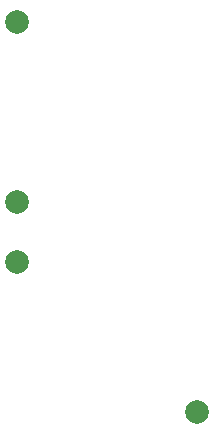
<source format=gbr>
G04 #@! TF.FileFunction,Copper,L2,Bot,Signal*
%FSLAX46Y46*%
G04 Gerber Fmt 4.6, Leading zero omitted, Abs format (unit mm)*
G04 Created by KiCad (PCBNEW 4.0.0-stable) date Wed 14 Sep 2016 03:31:36 PM EDT*
%MOMM*%
G01*
G04 APERTURE LIST*
%ADD10C,0.100000*%
%ADD11C,1.998980*%
G04 APERTURE END LIST*
D10*
D11*
X118110000Y-107950000D03*
X118110000Y-113030000D03*
X118110000Y-92710000D03*
X133350000Y-125730000D03*
M02*

</source>
